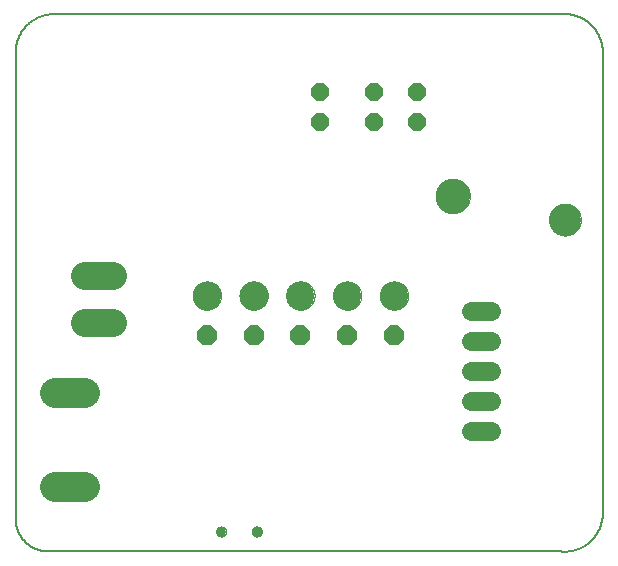
<source format=gbs>
G75*
%MOIN*%
%OFA0B0*%
%FSLAX25Y25*%
%IPPOS*%
%LPD*%
%AMOC8*
5,1,8,0,0,1.08239X$1,22.5*
%
%ADD10C,0.00600*%
%ADD11C,0.00000*%
%ADD12C,0.11417*%
%ADD13C,0.10630*%
%ADD14OC8,0.06600*%
%ADD15C,0.09449*%
%ADD16OC8,0.06000*%
%ADD17C,0.10000*%
%ADD18C,0.09449*%
%ADD19C,0.06496*%
%ADD20C,0.03346*%
D10*
X0024241Y0016761D02*
X0195894Y0016761D01*
X0209674Y0028572D02*
X0209674Y0184083D01*
X0209646Y0184397D01*
X0209610Y0184710D01*
X0209567Y0185022D01*
X0209516Y0185333D01*
X0209457Y0185642D01*
X0209391Y0185950D01*
X0209318Y0186256D01*
X0209236Y0186561D01*
X0209148Y0186863D01*
X0209052Y0187163D01*
X0208948Y0187460D01*
X0208838Y0187755D01*
X0208720Y0188047D01*
X0208595Y0188336D01*
X0208463Y0188622D01*
X0208324Y0188905D01*
X0208178Y0189184D01*
X0208025Y0189459D01*
X0207865Y0189731D01*
X0207699Y0189999D01*
X0207527Y0190262D01*
X0207348Y0190521D01*
X0207163Y0190776D01*
X0206971Y0191026D01*
X0206773Y0191271D01*
X0206570Y0191512D01*
X0206361Y0191747D01*
X0206145Y0191977D01*
X0205925Y0192202D01*
X0205699Y0192421D01*
X0205467Y0192635D01*
X0205231Y0192843D01*
X0204989Y0193045D01*
X0204742Y0193241D01*
X0204491Y0193431D01*
X0204235Y0193614D01*
X0203975Y0193792D01*
X0203711Y0193963D01*
X0203442Y0194127D01*
X0203169Y0194285D01*
X0202893Y0194436D01*
X0202613Y0194580D01*
X0202329Y0194717D01*
X0202043Y0194847D01*
X0201753Y0194971D01*
X0201460Y0195087D01*
X0201164Y0195195D01*
X0200866Y0195297D01*
X0200566Y0195391D01*
X0200263Y0195478D01*
X0199958Y0195557D01*
X0199651Y0195629D01*
X0199343Y0195693D01*
X0199033Y0195750D01*
X0198722Y0195799D01*
X0198410Y0195840D01*
X0198097Y0195874D01*
X0197783Y0195900D01*
X0197468Y0195918D01*
X0197154Y0195929D01*
X0196839Y0195932D01*
X0196524Y0195927D01*
X0196209Y0195915D01*
X0195895Y0195894D01*
X0195894Y0195894D02*
X0027784Y0195894D01*
X0027475Y0195914D01*
X0027165Y0195927D01*
X0026855Y0195932D01*
X0026545Y0195929D01*
X0026235Y0195920D01*
X0025925Y0195902D01*
X0025616Y0195877D01*
X0025308Y0195845D01*
X0025000Y0195805D01*
X0024694Y0195758D01*
X0024388Y0195703D01*
X0024084Y0195641D01*
X0023782Y0195572D01*
X0023482Y0195496D01*
X0023183Y0195412D01*
X0022887Y0195321D01*
X0022592Y0195223D01*
X0022301Y0195117D01*
X0022012Y0195005D01*
X0021725Y0194886D01*
X0021442Y0194760D01*
X0021162Y0194627D01*
X0020885Y0194487D01*
X0020611Y0194341D01*
X0020342Y0194188D01*
X0020075Y0194029D01*
X0019813Y0193863D01*
X0019555Y0193691D01*
X0019301Y0193513D01*
X0019052Y0193329D01*
X0018807Y0193139D01*
X0018567Y0192943D01*
X0018331Y0192741D01*
X0018101Y0192533D01*
X0017875Y0192321D01*
X0017655Y0192102D01*
X0017440Y0191879D01*
X0017231Y0191650D01*
X0017027Y0191416D01*
X0016829Y0191178D01*
X0016637Y0190934D01*
X0016450Y0190686D01*
X0016270Y0190434D01*
X0016096Y0190177D01*
X0015928Y0189917D01*
X0015766Y0189652D01*
X0015611Y0189383D01*
X0015463Y0189111D01*
X0015321Y0188836D01*
X0015185Y0188557D01*
X0015057Y0188274D01*
X0014935Y0187989D01*
X0014820Y0187701D01*
X0014713Y0187410D01*
X0014612Y0187117D01*
X0014519Y0186821D01*
X0014432Y0186523D01*
X0014353Y0186223D01*
X0014281Y0185922D01*
X0014217Y0185618D01*
X0014160Y0185314D01*
X0014110Y0185007D01*
X0014067Y0184700D01*
X0014032Y0184392D01*
X0014005Y0184083D01*
X0014005Y0028572D01*
X0014004Y0028571D02*
X0013988Y0028305D01*
X0013979Y0028038D01*
X0013976Y0027771D01*
X0013980Y0027504D01*
X0013990Y0027237D01*
X0014006Y0026970D01*
X0014029Y0026704D01*
X0014058Y0026439D01*
X0014094Y0026174D01*
X0014136Y0025910D01*
X0014184Y0025648D01*
X0014239Y0025386D01*
X0014300Y0025126D01*
X0014368Y0024868D01*
X0014441Y0024611D01*
X0014521Y0024356D01*
X0014607Y0024103D01*
X0014699Y0023853D01*
X0014797Y0023604D01*
X0014901Y0023358D01*
X0015011Y0023115D01*
X0015127Y0022874D01*
X0015248Y0022636D01*
X0015375Y0022401D01*
X0015508Y0022170D01*
X0015647Y0021941D01*
X0015791Y0021716D01*
X0015940Y0021495D01*
X0016094Y0021277D01*
X0016254Y0021063D01*
X0016419Y0020853D01*
X0016589Y0020647D01*
X0016764Y0020445D01*
X0016944Y0020248D01*
X0017128Y0020055D01*
X0017317Y0019866D01*
X0017511Y0019682D01*
X0017709Y0019503D01*
X0017911Y0019328D01*
X0018118Y0019159D01*
X0018328Y0018994D01*
X0018542Y0018835D01*
X0018761Y0018681D01*
X0018982Y0018532D01*
X0019208Y0018389D01*
X0019436Y0018251D01*
X0019668Y0018119D01*
X0019904Y0017992D01*
X0020142Y0017871D01*
X0020383Y0017756D01*
X0020626Y0017646D01*
X0020873Y0017543D01*
X0021121Y0017446D01*
X0021372Y0017354D01*
X0021625Y0017269D01*
X0021880Y0017190D01*
X0022137Y0017117D01*
X0022396Y0017050D01*
X0022656Y0016990D01*
X0022918Y0016935D01*
X0023180Y0016888D01*
X0023444Y0016846D01*
X0023709Y0016811D01*
X0023974Y0016782D01*
X0024241Y0016760D01*
X0195895Y0016761D02*
X0196204Y0016741D01*
X0196514Y0016728D01*
X0196824Y0016723D01*
X0197134Y0016726D01*
X0197444Y0016735D01*
X0197754Y0016753D01*
X0198063Y0016778D01*
X0198371Y0016810D01*
X0198679Y0016850D01*
X0198985Y0016897D01*
X0199291Y0016952D01*
X0199595Y0017014D01*
X0199897Y0017083D01*
X0200197Y0017159D01*
X0200496Y0017243D01*
X0200792Y0017334D01*
X0201087Y0017432D01*
X0201378Y0017538D01*
X0201667Y0017650D01*
X0201954Y0017769D01*
X0202237Y0017895D01*
X0202517Y0018028D01*
X0202794Y0018168D01*
X0203068Y0018314D01*
X0203337Y0018467D01*
X0203604Y0018626D01*
X0203866Y0018792D01*
X0204124Y0018964D01*
X0204378Y0019142D01*
X0204627Y0019326D01*
X0204872Y0019516D01*
X0205112Y0019712D01*
X0205348Y0019914D01*
X0205578Y0020122D01*
X0205804Y0020334D01*
X0206024Y0020553D01*
X0206239Y0020776D01*
X0206448Y0021005D01*
X0206652Y0021239D01*
X0206850Y0021477D01*
X0207042Y0021721D01*
X0207229Y0021969D01*
X0207409Y0022221D01*
X0207583Y0022478D01*
X0207751Y0022738D01*
X0207913Y0023003D01*
X0208068Y0023272D01*
X0208216Y0023544D01*
X0208358Y0023819D01*
X0208494Y0024098D01*
X0208622Y0024381D01*
X0208744Y0024666D01*
X0208859Y0024954D01*
X0208966Y0025245D01*
X0209067Y0025538D01*
X0209160Y0025834D01*
X0209247Y0026132D01*
X0209326Y0026432D01*
X0209398Y0026733D01*
X0209462Y0027037D01*
X0209519Y0027341D01*
X0209569Y0027648D01*
X0209612Y0027955D01*
X0209647Y0028263D01*
X0209674Y0028572D01*
D11*
X0135363Y0102056D02*
X0135365Y0102193D01*
X0135371Y0102331D01*
X0135381Y0102468D01*
X0135395Y0102604D01*
X0135413Y0102741D01*
X0135435Y0102876D01*
X0135461Y0103011D01*
X0135490Y0103145D01*
X0135524Y0103279D01*
X0135561Y0103411D01*
X0135603Y0103542D01*
X0135648Y0103672D01*
X0135697Y0103800D01*
X0135749Y0103927D01*
X0135806Y0104052D01*
X0135865Y0104176D01*
X0135929Y0104298D01*
X0135996Y0104418D01*
X0136066Y0104536D01*
X0136140Y0104652D01*
X0136217Y0104766D01*
X0136298Y0104877D01*
X0136381Y0104986D01*
X0136468Y0105093D01*
X0136558Y0105196D01*
X0136651Y0105298D01*
X0136747Y0105396D01*
X0136845Y0105492D01*
X0136947Y0105585D01*
X0137050Y0105675D01*
X0137157Y0105762D01*
X0137266Y0105845D01*
X0137377Y0105926D01*
X0137491Y0106003D01*
X0137607Y0106077D01*
X0137725Y0106147D01*
X0137845Y0106214D01*
X0137967Y0106278D01*
X0138091Y0106337D01*
X0138216Y0106394D01*
X0138343Y0106446D01*
X0138471Y0106495D01*
X0138601Y0106540D01*
X0138732Y0106582D01*
X0138864Y0106619D01*
X0138998Y0106653D01*
X0139132Y0106682D01*
X0139267Y0106708D01*
X0139402Y0106730D01*
X0139539Y0106748D01*
X0139675Y0106762D01*
X0139812Y0106772D01*
X0139950Y0106778D01*
X0140087Y0106780D01*
X0140224Y0106778D01*
X0140362Y0106772D01*
X0140499Y0106762D01*
X0140635Y0106748D01*
X0140772Y0106730D01*
X0140907Y0106708D01*
X0141042Y0106682D01*
X0141176Y0106653D01*
X0141310Y0106619D01*
X0141442Y0106582D01*
X0141573Y0106540D01*
X0141703Y0106495D01*
X0141831Y0106446D01*
X0141958Y0106394D01*
X0142083Y0106337D01*
X0142207Y0106278D01*
X0142329Y0106214D01*
X0142449Y0106147D01*
X0142567Y0106077D01*
X0142683Y0106003D01*
X0142797Y0105926D01*
X0142908Y0105845D01*
X0143017Y0105762D01*
X0143124Y0105675D01*
X0143227Y0105585D01*
X0143329Y0105492D01*
X0143427Y0105396D01*
X0143523Y0105298D01*
X0143616Y0105196D01*
X0143706Y0105093D01*
X0143793Y0104986D01*
X0143876Y0104877D01*
X0143957Y0104766D01*
X0144034Y0104652D01*
X0144108Y0104536D01*
X0144178Y0104418D01*
X0144245Y0104298D01*
X0144309Y0104176D01*
X0144368Y0104052D01*
X0144425Y0103927D01*
X0144477Y0103800D01*
X0144526Y0103672D01*
X0144571Y0103542D01*
X0144613Y0103411D01*
X0144650Y0103279D01*
X0144684Y0103145D01*
X0144713Y0103011D01*
X0144739Y0102876D01*
X0144761Y0102741D01*
X0144779Y0102604D01*
X0144793Y0102468D01*
X0144803Y0102331D01*
X0144809Y0102193D01*
X0144811Y0102056D01*
X0144809Y0101919D01*
X0144803Y0101781D01*
X0144793Y0101644D01*
X0144779Y0101508D01*
X0144761Y0101371D01*
X0144739Y0101236D01*
X0144713Y0101101D01*
X0144684Y0100967D01*
X0144650Y0100833D01*
X0144613Y0100701D01*
X0144571Y0100570D01*
X0144526Y0100440D01*
X0144477Y0100312D01*
X0144425Y0100185D01*
X0144368Y0100060D01*
X0144309Y0099936D01*
X0144245Y0099814D01*
X0144178Y0099694D01*
X0144108Y0099576D01*
X0144034Y0099460D01*
X0143957Y0099346D01*
X0143876Y0099235D01*
X0143793Y0099126D01*
X0143706Y0099019D01*
X0143616Y0098916D01*
X0143523Y0098814D01*
X0143427Y0098716D01*
X0143329Y0098620D01*
X0143227Y0098527D01*
X0143124Y0098437D01*
X0143017Y0098350D01*
X0142908Y0098267D01*
X0142797Y0098186D01*
X0142683Y0098109D01*
X0142567Y0098035D01*
X0142449Y0097965D01*
X0142329Y0097898D01*
X0142207Y0097834D01*
X0142083Y0097775D01*
X0141958Y0097718D01*
X0141831Y0097666D01*
X0141703Y0097617D01*
X0141573Y0097572D01*
X0141442Y0097530D01*
X0141310Y0097493D01*
X0141176Y0097459D01*
X0141042Y0097430D01*
X0140907Y0097404D01*
X0140772Y0097382D01*
X0140635Y0097364D01*
X0140499Y0097350D01*
X0140362Y0097340D01*
X0140224Y0097334D01*
X0140087Y0097332D01*
X0139950Y0097334D01*
X0139812Y0097340D01*
X0139675Y0097350D01*
X0139539Y0097364D01*
X0139402Y0097382D01*
X0139267Y0097404D01*
X0139132Y0097430D01*
X0138998Y0097459D01*
X0138864Y0097493D01*
X0138732Y0097530D01*
X0138601Y0097572D01*
X0138471Y0097617D01*
X0138343Y0097666D01*
X0138216Y0097718D01*
X0138091Y0097775D01*
X0137967Y0097834D01*
X0137845Y0097898D01*
X0137725Y0097965D01*
X0137607Y0098035D01*
X0137491Y0098109D01*
X0137377Y0098186D01*
X0137266Y0098267D01*
X0137157Y0098350D01*
X0137050Y0098437D01*
X0136947Y0098527D01*
X0136845Y0098620D01*
X0136747Y0098716D01*
X0136651Y0098814D01*
X0136558Y0098916D01*
X0136468Y0099019D01*
X0136381Y0099126D01*
X0136298Y0099235D01*
X0136217Y0099346D01*
X0136140Y0099460D01*
X0136066Y0099576D01*
X0135996Y0099694D01*
X0135929Y0099814D01*
X0135865Y0099936D01*
X0135806Y0100060D01*
X0135749Y0100185D01*
X0135697Y0100312D01*
X0135648Y0100440D01*
X0135603Y0100570D01*
X0135561Y0100701D01*
X0135524Y0100833D01*
X0135490Y0100967D01*
X0135461Y0101101D01*
X0135435Y0101236D01*
X0135413Y0101371D01*
X0135395Y0101508D01*
X0135381Y0101644D01*
X0135371Y0101781D01*
X0135365Y0101919D01*
X0135363Y0102056D01*
X0119773Y0102056D02*
X0119775Y0102193D01*
X0119781Y0102331D01*
X0119791Y0102468D01*
X0119805Y0102604D01*
X0119823Y0102741D01*
X0119845Y0102876D01*
X0119871Y0103011D01*
X0119900Y0103145D01*
X0119934Y0103279D01*
X0119971Y0103411D01*
X0120013Y0103542D01*
X0120058Y0103672D01*
X0120107Y0103800D01*
X0120159Y0103927D01*
X0120216Y0104052D01*
X0120275Y0104176D01*
X0120339Y0104298D01*
X0120406Y0104418D01*
X0120476Y0104536D01*
X0120550Y0104652D01*
X0120627Y0104766D01*
X0120708Y0104877D01*
X0120791Y0104986D01*
X0120878Y0105093D01*
X0120968Y0105196D01*
X0121061Y0105298D01*
X0121157Y0105396D01*
X0121255Y0105492D01*
X0121357Y0105585D01*
X0121460Y0105675D01*
X0121567Y0105762D01*
X0121676Y0105845D01*
X0121787Y0105926D01*
X0121901Y0106003D01*
X0122017Y0106077D01*
X0122135Y0106147D01*
X0122255Y0106214D01*
X0122377Y0106278D01*
X0122501Y0106337D01*
X0122626Y0106394D01*
X0122753Y0106446D01*
X0122881Y0106495D01*
X0123011Y0106540D01*
X0123142Y0106582D01*
X0123274Y0106619D01*
X0123408Y0106653D01*
X0123542Y0106682D01*
X0123677Y0106708D01*
X0123812Y0106730D01*
X0123949Y0106748D01*
X0124085Y0106762D01*
X0124222Y0106772D01*
X0124360Y0106778D01*
X0124497Y0106780D01*
X0124634Y0106778D01*
X0124772Y0106772D01*
X0124909Y0106762D01*
X0125045Y0106748D01*
X0125182Y0106730D01*
X0125317Y0106708D01*
X0125452Y0106682D01*
X0125586Y0106653D01*
X0125720Y0106619D01*
X0125852Y0106582D01*
X0125983Y0106540D01*
X0126113Y0106495D01*
X0126241Y0106446D01*
X0126368Y0106394D01*
X0126493Y0106337D01*
X0126617Y0106278D01*
X0126739Y0106214D01*
X0126859Y0106147D01*
X0126977Y0106077D01*
X0127093Y0106003D01*
X0127207Y0105926D01*
X0127318Y0105845D01*
X0127427Y0105762D01*
X0127534Y0105675D01*
X0127637Y0105585D01*
X0127739Y0105492D01*
X0127837Y0105396D01*
X0127933Y0105298D01*
X0128026Y0105196D01*
X0128116Y0105093D01*
X0128203Y0104986D01*
X0128286Y0104877D01*
X0128367Y0104766D01*
X0128444Y0104652D01*
X0128518Y0104536D01*
X0128588Y0104418D01*
X0128655Y0104298D01*
X0128719Y0104176D01*
X0128778Y0104052D01*
X0128835Y0103927D01*
X0128887Y0103800D01*
X0128936Y0103672D01*
X0128981Y0103542D01*
X0129023Y0103411D01*
X0129060Y0103279D01*
X0129094Y0103145D01*
X0129123Y0103011D01*
X0129149Y0102876D01*
X0129171Y0102741D01*
X0129189Y0102604D01*
X0129203Y0102468D01*
X0129213Y0102331D01*
X0129219Y0102193D01*
X0129221Y0102056D01*
X0129219Y0101919D01*
X0129213Y0101781D01*
X0129203Y0101644D01*
X0129189Y0101508D01*
X0129171Y0101371D01*
X0129149Y0101236D01*
X0129123Y0101101D01*
X0129094Y0100967D01*
X0129060Y0100833D01*
X0129023Y0100701D01*
X0128981Y0100570D01*
X0128936Y0100440D01*
X0128887Y0100312D01*
X0128835Y0100185D01*
X0128778Y0100060D01*
X0128719Y0099936D01*
X0128655Y0099814D01*
X0128588Y0099694D01*
X0128518Y0099576D01*
X0128444Y0099460D01*
X0128367Y0099346D01*
X0128286Y0099235D01*
X0128203Y0099126D01*
X0128116Y0099019D01*
X0128026Y0098916D01*
X0127933Y0098814D01*
X0127837Y0098716D01*
X0127739Y0098620D01*
X0127637Y0098527D01*
X0127534Y0098437D01*
X0127427Y0098350D01*
X0127318Y0098267D01*
X0127207Y0098186D01*
X0127093Y0098109D01*
X0126977Y0098035D01*
X0126859Y0097965D01*
X0126739Y0097898D01*
X0126617Y0097834D01*
X0126493Y0097775D01*
X0126368Y0097718D01*
X0126241Y0097666D01*
X0126113Y0097617D01*
X0125983Y0097572D01*
X0125852Y0097530D01*
X0125720Y0097493D01*
X0125586Y0097459D01*
X0125452Y0097430D01*
X0125317Y0097404D01*
X0125182Y0097382D01*
X0125045Y0097364D01*
X0124909Y0097350D01*
X0124772Y0097340D01*
X0124634Y0097334D01*
X0124497Y0097332D01*
X0124360Y0097334D01*
X0124222Y0097340D01*
X0124085Y0097350D01*
X0123949Y0097364D01*
X0123812Y0097382D01*
X0123677Y0097404D01*
X0123542Y0097430D01*
X0123408Y0097459D01*
X0123274Y0097493D01*
X0123142Y0097530D01*
X0123011Y0097572D01*
X0122881Y0097617D01*
X0122753Y0097666D01*
X0122626Y0097718D01*
X0122501Y0097775D01*
X0122377Y0097834D01*
X0122255Y0097898D01*
X0122135Y0097965D01*
X0122017Y0098035D01*
X0121901Y0098109D01*
X0121787Y0098186D01*
X0121676Y0098267D01*
X0121567Y0098350D01*
X0121460Y0098437D01*
X0121357Y0098527D01*
X0121255Y0098620D01*
X0121157Y0098716D01*
X0121061Y0098814D01*
X0120968Y0098916D01*
X0120878Y0099019D01*
X0120791Y0099126D01*
X0120708Y0099235D01*
X0120627Y0099346D01*
X0120550Y0099460D01*
X0120476Y0099576D01*
X0120406Y0099694D01*
X0120339Y0099814D01*
X0120275Y0099936D01*
X0120216Y0100060D01*
X0120159Y0100185D01*
X0120107Y0100312D01*
X0120058Y0100440D01*
X0120013Y0100570D01*
X0119971Y0100701D01*
X0119934Y0100833D01*
X0119900Y0100967D01*
X0119871Y0101101D01*
X0119845Y0101236D01*
X0119823Y0101371D01*
X0119805Y0101508D01*
X0119791Y0101644D01*
X0119781Y0101781D01*
X0119775Y0101919D01*
X0119773Y0102056D01*
X0104182Y0102056D02*
X0104184Y0102193D01*
X0104190Y0102331D01*
X0104200Y0102468D01*
X0104214Y0102604D01*
X0104232Y0102741D01*
X0104254Y0102876D01*
X0104280Y0103011D01*
X0104309Y0103145D01*
X0104343Y0103279D01*
X0104380Y0103411D01*
X0104422Y0103542D01*
X0104467Y0103672D01*
X0104516Y0103800D01*
X0104568Y0103927D01*
X0104625Y0104052D01*
X0104684Y0104176D01*
X0104748Y0104298D01*
X0104815Y0104418D01*
X0104885Y0104536D01*
X0104959Y0104652D01*
X0105036Y0104766D01*
X0105117Y0104877D01*
X0105200Y0104986D01*
X0105287Y0105093D01*
X0105377Y0105196D01*
X0105470Y0105298D01*
X0105566Y0105396D01*
X0105664Y0105492D01*
X0105766Y0105585D01*
X0105869Y0105675D01*
X0105976Y0105762D01*
X0106085Y0105845D01*
X0106196Y0105926D01*
X0106310Y0106003D01*
X0106426Y0106077D01*
X0106544Y0106147D01*
X0106664Y0106214D01*
X0106786Y0106278D01*
X0106910Y0106337D01*
X0107035Y0106394D01*
X0107162Y0106446D01*
X0107290Y0106495D01*
X0107420Y0106540D01*
X0107551Y0106582D01*
X0107683Y0106619D01*
X0107817Y0106653D01*
X0107951Y0106682D01*
X0108086Y0106708D01*
X0108221Y0106730D01*
X0108358Y0106748D01*
X0108494Y0106762D01*
X0108631Y0106772D01*
X0108769Y0106778D01*
X0108906Y0106780D01*
X0109043Y0106778D01*
X0109181Y0106772D01*
X0109318Y0106762D01*
X0109454Y0106748D01*
X0109591Y0106730D01*
X0109726Y0106708D01*
X0109861Y0106682D01*
X0109995Y0106653D01*
X0110129Y0106619D01*
X0110261Y0106582D01*
X0110392Y0106540D01*
X0110522Y0106495D01*
X0110650Y0106446D01*
X0110777Y0106394D01*
X0110902Y0106337D01*
X0111026Y0106278D01*
X0111148Y0106214D01*
X0111268Y0106147D01*
X0111386Y0106077D01*
X0111502Y0106003D01*
X0111616Y0105926D01*
X0111727Y0105845D01*
X0111836Y0105762D01*
X0111943Y0105675D01*
X0112046Y0105585D01*
X0112148Y0105492D01*
X0112246Y0105396D01*
X0112342Y0105298D01*
X0112435Y0105196D01*
X0112525Y0105093D01*
X0112612Y0104986D01*
X0112695Y0104877D01*
X0112776Y0104766D01*
X0112853Y0104652D01*
X0112927Y0104536D01*
X0112997Y0104418D01*
X0113064Y0104298D01*
X0113128Y0104176D01*
X0113187Y0104052D01*
X0113244Y0103927D01*
X0113296Y0103800D01*
X0113345Y0103672D01*
X0113390Y0103542D01*
X0113432Y0103411D01*
X0113469Y0103279D01*
X0113503Y0103145D01*
X0113532Y0103011D01*
X0113558Y0102876D01*
X0113580Y0102741D01*
X0113598Y0102604D01*
X0113612Y0102468D01*
X0113622Y0102331D01*
X0113628Y0102193D01*
X0113630Y0102056D01*
X0113628Y0101919D01*
X0113622Y0101781D01*
X0113612Y0101644D01*
X0113598Y0101508D01*
X0113580Y0101371D01*
X0113558Y0101236D01*
X0113532Y0101101D01*
X0113503Y0100967D01*
X0113469Y0100833D01*
X0113432Y0100701D01*
X0113390Y0100570D01*
X0113345Y0100440D01*
X0113296Y0100312D01*
X0113244Y0100185D01*
X0113187Y0100060D01*
X0113128Y0099936D01*
X0113064Y0099814D01*
X0112997Y0099694D01*
X0112927Y0099576D01*
X0112853Y0099460D01*
X0112776Y0099346D01*
X0112695Y0099235D01*
X0112612Y0099126D01*
X0112525Y0099019D01*
X0112435Y0098916D01*
X0112342Y0098814D01*
X0112246Y0098716D01*
X0112148Y0098620D01*
X0112046Y0098527D01*
X0111943Y0098437D01*
X0111836Y0098350D01*
X0111727Y0098267D01*
X0111616Y0098186D01*
X0111502Y0098109D01*
X0111386Y0098035D01*
X0111268Y0097965D01*
X0111148Y0097898D01*
X0111026Y0097834D01*
X0110902Y0097775D01*
X0110777Y0097718D01*
X0110650Y0097666D01*
X0110522Y0097617D01*
X0110392Y0097572D01*
X0110261Y0097530D01*
X0110129Y0097493D01*
X0109995Y0097459D01*
X0109861Y0097430D01*
X0109726Y0097404D01*
X0109591Y0097382D01*
X0109454Y0097364D01*
X0109318Y0097350D01*
X0109181Y0097340D01*
X0109043Y0097334D01*
X0108906Y0097332D01*
X0108769Y0097334D01*
X0108631Y0097340D01*
X0108494Y0097350D01*
X0108358Y0097364D01*
X0108221Y0097382D01*
X0108086Y0097404D01*
X0107951Y0097430D01*
X0107817Y0097459D01*
X0107683Y0097493D01*
X0107551Y0097530D01*
X0107420Y0097572D01*
X0107290Y0097617D01*
X0107162Y0097666D01*
X0107035Y0097718D01*
X0106910Y0097775D01*
X0106786Y0097834D01*
X0106664Y0097898D01*
X0106544Y0097965D01*
X0106426Y0098035D01*
X0106310Y0098109D01*
X0106196Y0098186D01*
X0106085Y0098267D01*
X0105976Y0098350D01*
X0105869Y0098437D01*
X0105766Y0098527D01*
X0105664Y0098620D01*
X0105566Y0098716D01*
X0105470Y0098814D01*
X0105377Y0098916D01*
X0105287Y0099019D01*
X0105200Y0099126D01*
X0105117Y0099235D01*
X0105036Y0099346D01*
X0104959Y0099460D01*
X0104885Y0099576D01*
X0104815Y0099694D01*
X0104748Y0099814D01*
X0104684Y0099936D01*
X0104625Y0100060D01*
X0104568Y0100185D01*
X0104516Y0100312D01*
X0104467Y0100440D01*
X0104422Y0100570D01*
X0104380Y0100701D01*
X0104343Y0100833D01*
X0104309Y0100967D01*
X0104280Y0101101D01*
X0104254Y0101236D01*
X0104232Y0101371D01*
X0104214Y0101508D01*
X0104200Y0101644D01*
X0104190Y0101781D01*
X0104184Y0101919D01*
X0104182Y0102056D01*
X0088592Y0102056D02*
X0088594Y0102193D01*
X0088600Y0102331D01*
X0088610Y0102468D01*
X0088624Y0102604D01*
X0088642Y0102741D01*
X0088664Y0102876D01*
X0088690Y0103011D01*
X0088719Y0103145D01*
X0088753Y0103279D01*
X0088790Y0103411D01*
X0088832Y0103542D01*
X0088877Y0103672D01*
X0088926Y0103800D01*
X0088978Y0103927D01*
X0089035Y0104052D01*
X0089094Y0104176D01*
X0089158Y0104298D01*
X0089225Y0104418D01*
X0089295Y0104536D01*
X0089369Y0104652D01*
X0089446Y0104766D01*
X0089527Y0104877D01*
X0089610Y0104986D01*
X0089697Y0105093D01*
X0089787Y0105196D01*
X0089880Y0105298D01*
X0089976Y0105396D01*
X0090074Y0105492D01*
X0090176Y0105585D01*
X0090279Y0105675D01*
X0090386Y0105762D01*
X0090495Y0105845D01*
X0090606Y0105926D01*
X0090720Y0106003D01*
X0090836Y0106077D01*
X0090954Y0106147D01*
X0091074Y0106214D01*
X0091196Y0106278D01*
X0091320Y0106337D01*
X0091445Y0106394D01*
X0091572Y0106446D01*
X0091700Y0106495D01*
X0091830Y0106540D01*
X0091961Y0106582D01*
X0092093Y0106619D01*
X0092227Y0106653D01*
X0092361Y0106682D01*
X0092496Y0106708D01*
X0092631Y0106730D01*
X0092768Y0106748D01*
X0092904Y0106762D01*
X0093041Y0106772D01*
X0093179Y0106778D01*
X0093316Y0106780D01*
X0093453Y0106778D01*
X0093591Y0106772D01*
X0093728Y0106762D01*
X0093864Y0106748D01*
X0094001Y0106730D01*
X0094136Y0106708D01*
X0094271Y0106682D01*
X0094405Y0106653D01*
X0094539Y0106619D01*
X0094671Y0106582D01*
X0094802Y0106540D01*
X0094932Y0106495D01*
X0095060Y0106446D01*
X0095187Y0106394D01*
X0095312Y0106337D01*
X0095436Y0106278D01*
X0095558Y0106214D01*
X0095678Y0106147D01*
X0095796Y0106077D01*
X0095912Y0106003D01*
X0096026Y0105926D01*
X0096137Y0105845D01*
X0096246Y0105762D01*
X0096353Y0105675D01*
X0096456Y0105585D01*
X0096558Y0105492D01*
X0096656Y0105396D01*
X0096752Y0105298D01*
X0096845Y0105196D01*
X0096935Y0105093D01*
X0097022Y0104986D01*
X0097105Y0104877D01*
X0097186Y0104766D01*
X0097263Y0104652D01*
X0097337Y0104536D01*
X0097407Y0104418D01*
X0097474Y0104298D01*
X0097538Y0104176D01*
X0097597Y0104052D01*
X0097654Y0103927D01*
X0097706Y0103800D01*
X0097755Y0103672D01*
X0097800Y0103542D01*
X0097842Y0103411D01*
X0097879Y0103279D01*
X0097913Y0103145D01*
X0097942Y0103011D01*
X0097968Y0102876D01*
X0097990Y0102741D01*
X0098008Y0102604D01*
X0098022Y0102468D01*
X0098032Y0102331D01*
X0098038Y0102193D01*
X0098040Y0102056D01*
X0098038Y0101919D01*
X0098032Y0101781D01*
X0098022Y0101644D01*
X0098008Y0101508D01*
X0097990Y0101371D01*
X0097968Y0101236D01*
X0097942Y0101101D01*
X0097913Y0100967D01*
X0097879Y0100833D01*
X0097842Y0100701D01*
X0097800Y0100570D01*
X0097755Y0100440D01*
X0097706Y0100312D01*
X0097654Y0100185D01*
X0097597Y0100060D01*
X0097538Y0099936D01*
X0097474Y0099814D01*
X0097407Y0099694D01*
X0097337Y0099576D01*
X0097263Y0099460D01*
X0097186Y0099346D01*
X0097105Y0099235D01*
X0097022Y0099126D01*
X0096935Y0099019D01*
X0096845Y0098916D01*
X0096752Y0098814D01*
X0096656Y0098716D01*
X0096558Y0098620D01*
X0096456Y0098527D01*
X0096353Y0098437D01*
X0096246Y0098350D01*
X0096137Y0098267D01*
X0096026Y0098186D01*
X0095912Y0098109D01*
X0095796Y0098035D01*
X0095678Y0097965D01*
X0095558Y0097898D01*
X0095436Y0097834D01*
X0095312Y0097775D01*
X0095187Y0097718D01*
X0095060Y0097666D01*
X0094932Y0097617D01*
X0094802Y0097572D01*
X0094671Y0097530D01*
X0094539Y0097493D01*
X0094405Y0097459D01*
X0094271Y0097430D01*
X0094136Y0097404D01*
X0094001Y0097382D01*
X0093864Y0097364D01*
X0093728Y0097350D01*
X0093591Y0097340D01*
X0093453Y0097334D01*
X0093316Y0097332D01*
X0093179Y0097334D01*
X0093041Y0097340D01*
X0092904Y0097350D01*
X0092768Y0097364D01*
X0092631Y0097382D01*
X0092496Y0097404D01*
X0092361Y0097430D01*
X0092227Y0097459D01*
X0092093Y0097493D01*
X0091961Y0097530D01*
X0091830Y0097572D01*
X0091700Y0097617D01*
X0091572Y0097666D01*
X0091445Y0097718D01*
X0091320Y0097775D01*
X0091196Y0097834D01*
X0091074Y0097898D01*
X0090954Y0097965D01*
X0090836Y0098035D01*
X0090720Y0098109D01*
X0090606Y0098186D01*
X0090495Y0098267D01*
X0090386Y0098350D01*
X0090279Y0098437D01*
X0090176Y0098527D01*
X0090074Y0098620D01*
X0089976Y0098716D01*
X0089880Y0098814D01*
X0089787Y0098916D01*
X0089697Y0099019D01*
X0089610Y0099126D01*
X0089527Y0099235D01*
X0089446Y0099346D01*
X0089369Y0099460D01*
X0089295Y0099576D01*
X0089225Y0099694D01*
X0089158Y0099814D01*
X0089094Y0099936D01*
X0089035Y0100060D01*
X0088978Y0100185D01*
X0088926Y0100312D01*
X0088877Y0100440D01*
X0088832Y0100570D01*
X0088790Y0100701D01*
X0088753Y0100833D01*
X0088719Y0100967D01*
X0088690Y0101101D01*
X0088664Y0101236D01*
X0088642Y0101371D01*
X0088624Y0101508D01*
X0088610Y0101644D01*
X0088600Y0101781D01*
X0088594Y0101919D01*
X0088592Y0102056D01*
X0073001Y0102056D02*
X0073003Y0102193D01*
X0073009Y0102331D01*
X0073019Y0102468D01*
X0073033Y0102604D01*
X0073051Y0102741D01*
X0073073Y0102876D01*
X0073099Y0103011D01*
X0073128Y0103145D01*
X0073162Y0103279D01*
X0073199Y0103411D01*
X0073241Y0103542D01*
X0073286Y0103672D01*
X0073335Y0103800D01*
X0073387Y0103927D01*
X0073444Y0104052D01*
X0073503Y0104176D01*
X0073567Y0104298D01*
X0073634Y0104418D01*
X0073704Y0104536D01*
X0073778Y0104652D01*
X0073855Y0104766D01*
X0073936Y0104877D01*
X0074019Y0104986D01*
X0074106Y0105093D01*
X0074196Y0105196D01*
X0074289Y0105298D01*
X0074385Y0105396D01*
X0074483Y0105492D01*
X0074585Y0105585D01*
X0074688Y0105675D01*
X0074795Y0105762D01*
X0074904Y0105845D01*
X0075015Y0105926D01*
X0075129Y0106003D01*
X0075245Y0106077D01*
X0075363Y0106147D01*
X0075483Y0106214D01*
X0075605Y0106278D01*
X0075729Y0106337D01*
X0075854Y0106394D01*
X0075981Y0106446D01*
X0076109Y0106495D01*
X0076239Y0106540D01*
X0076370Y0106582D01*
X0076502Y0106619D01*
X0076636Y0106653D01*
X0076770Y0106682D01*
X0076905Y0106708D01*
X0077040Y0106730D01*
X0077177Y0106748D01*
X0077313Y0106762D01*
X0077450Y0106772D01*
X0077588Y0106778D01*
X0077725Y0106780D01*
X0077862Y0106778D01*
X0078000Y0106772D01*
X0078137Y0106762D01*
X0078273Y0106748D01*
X0078410Y0106730D01*
X0078545Y0106708D01*
X0078680Y0106682D01*
X0078814Y0106653D01*
X0078948Y0106619D01*
X0079080Y0106582D01*
X0079211Y0106540D01*
X0079341Y0106495D01*
X0079469Y0106446D01*
X0079596Y0106394D01*
X0079721Y0106337D01*
X0079845Y0106278D01*
X0079967Y0106214D01*
X0080087Y0106147D01*
X0080205Y0106077D01*
X0080321Y0106003D01*
X0080435Y0105926D01*
X0080546Y0105845D01*
X0080655Y0105762D01*
X0080762Y0105675D01*
X0080865Y0105585D01*
X0080967Y0105492D01*
X0081065Y0105396D01*
X0081161Y0105298D01*
X0081254Y0105196D01*
X0081344Y0105093D01*
X0081431Y0104986D01*
X0081514Y0104877D01*
X0081595Y0104766D01*
X0081672Y0104652D01*
X0081746Y0104536D01*
X0081816Y0104418D01*
X0081883Y0104298D01*
X0081947Y0104176D01*
X0082006Y0104052D01*
X0082063Y0103927D01*
X0082115Y0103800D01*
X0082164Y0103672D01*
X0082209Y0103542D01*
X0082251Y0103411D01*
X0082288Y0103279D01*
X0082322Y0103145D01*
X0082351Y0103011D01*
X0082377Y0102876D01*
X0082399Y0102741D01*
X0082417Y0102604D01*
X0082431Y0102468D01*
X0082441Y0102331D01*
X0082447Y0102193D01*
X0082449Y0102056D01*
X0082447Y0101919D01*
X0082441Y0101781D01*
X0082431Y0101644D01*
X0082417Y0101508D01*
X0082399Y0101371D01*
X0082377Y0101236D01*
X0082351Y0101101D01*
X0082322Y0100967D01*
X0082288Y0100833D01*
X0082251Y0100701D01*
X0082209Y0100570D01*
X0082164Y0100440D01*
X0082115Y0100312D01*
X0082063Y0100185D01*
X0082006Y0100060D01*
X0081947Y0099936D01*
X0081883Y0099814D01*
X0081816Y0099694D01*
X0081746Y0099576D01*
X0081672Y0099460D01*
X0081595Y0099346D01*
X0081514Y0099235D01*
X0081431Y0099126D01*
X0081344Y0099019D01*
X0081254Y0098916D01*
X0081161Y0098814D01*
X0081065Y0098716D01*
X0080967Y0098620D01*
X0080865Y0098527D01*
X0080762Y0098437D01*
X0080655Y0098350D01*
X0080546Y0098267D01*
X0080435Y0098186D01*
X0080321Y0098109D01*
X0080205Y0098035D01*
X0080087Y0097965D01*
X0079967Y0097898D01*
X0079845Y0097834D01*
X0079721Y0097775D01*
X0079596Y0097718D01*
X0079469Y0097666D01*
X0079341Y0097617D01*
X0079211Y0097572D01*
X0079080Y0097530D01*
X0078948Y0097493D01*
X0078814Y0097459D01*
X0078680Y0097430D01*
X0078545Y0097404D01*
X0078410Y0097382D01*
X0078273Y0097364D01*
X0078137Y0097350D01*
X0078000Y0097340D01*
X0077862Y0097334D01*
X0077725Y0097332D01*
X0077588Y0097334D01*
X0077450Y0097340D01*
X0077313Y0097350D01*
X0077177Y0097364D01*
X0077040Y0097382D01*
X0076905Y0097404D01*
X0076770Y0097430D01*
X0076636Y0097459D01*
X0076502Y0097493D01*
X0076370Y0097530D01*
X0076239Y0097572D01*
X0076109Y0097617D01*
X0075981Y0097666D01*
X0075854Y0097718D01*
X0075729Y0097775D01*
X0075605Y0097834D01*
X0075483Y0097898D01*
X0075363Y0097965D01*
X0075245Y0098035D01*
X0075129Y0098109D01*
X0075015Y0098186D01*
X0074904Y0098267D01*
X0074795Y0098350D01*
X0074688Y0098437D01*
X0074585Y0098527D01*
X0074483Y0098620D01*
X0074385Y0098716D01*
X0074289Y0098814D01*
X0074196Y0098916D01*
X0074106Y0099019D01*
X0074019Y0099126D01*
X0073936Y0099235D01*
X0073855Y0099346D01*
X0073778Y0099460D01*
X0073704Y0099576D01*
X0073634Y0099694D01*
X0073567Y0099814D01*
X0073503Y0099936D01*
X0073444Y0100060D01*
X0073387Y0100185D01*
X0073335Y0100312D01*
X0073286Y0100440D01*
X0073241Y0100570D01*
X0073199Y0100701D01*
X0073162Y0100833D01*
X0073128Y0100967D01*
X0073099Y0101101D01*
X0073073Y0101236D01*
X0073051Y0101371D01*
X0073033Y0101508D01*
X0073019Y0101644D01*
X0073009Y0101781D01*
X0073003Y0101919D01*
X0073001Y0102056D01*
X0080836Y0023422D02*
X0080838Y0023503D01*
X0080844Y0023585D01*
X0080854Y0023666D01*
X0080868Y0023746D01*
X0080885Y0023825D01*
X0080907Y0023904D01*
X0080932Y0023981D01*
X0080961Y0024058D01*
X0080994Y0024132D01*
X0081031Y0024205D01*
X0081070Y0024276D01*
X0081114Y0024345D01*
X0081160Y0024412D01*
X0081210Y0024476D01*
X0081263Y0024538D01*
X0081319Y0024598D01*
X0081377Y0024654D01*
X0081439Y0024708D01*
X0081503Y0024759D01*
X0081569Y0024806D01*
X0081637Y0024850D01*
X0081708Y0024891D01*
X0081780Y0024928D01*
X0081855Y0024962D01*
X0081930Y0024992D01*
X0082008Y0025018D01*
X0082086Y0025041D01*
X0082165Y0025059D01*
X0082245Y0025074D01*
X0082326Y0025085D01*
X0082407Y0025092D01*
X0082489Y0025095D01*
X0082570Y0025094D01*
X0082651Y0025089D01*
X0082732Y0025080D01*
X0082813Y0025067D01*
X0082893Y0025050D01*
X0082971Y0025030D01*
X0083049Y0025005D01*
X0083126Y0024977D01*
X0083201Y0024945D01*
X0083274Y0024910D01*
X0083345Y0024871D01*
X0083415Y0024828D01*
X0083482Y0024783D01*
X0083548Y0024734D01*
X0083610Y0024682D01*
X0083670Y0024626D01*
X0083727Y0024568D01*
X0083782Y0024508D01*
X0083833Y0024444D01*
X0083881Y0024379D01*
X0083926Y0024311D01*
X0083968Y0024241D01*
X0084006Y0024169D01*
X0084041Y0024095D01*
X0084072Y0024020D01*
X0084099Y0023943D01*
X0084122Y0023865D01*
X0084142Y0023786D01*
X0084158Y0023706D01*
X0084170Y0023625D01*
X0084178Y0023544D01*
X0084182Y0023463D01*
X0084182Y0023381D01*
X0084178Y0023300D01*
X0084170Y0023219D01*
X0084158Y0023138D01*
X0084142Y0023058D01*
X0084122Y0022979D01*
X0084099Y0022901D01*
X0084072Y0022824D01*
X0084041Y0022749D01*
X0084006Y0022675D01*
X0083968Y0022603D01*
X0083926Y0022533D01*
X0083881Y0022465D01*
X0083833Y0022400D01*
X0083782Y0022336D01*
X0083727Y0022276D01*
X0083670Y0022218D01*
X0083610Y0022162D01*
X0083548Y0022110D01*
X0083482Y0022061D01*
X0083415Y0022016D01*
X0083346Y0021973D01*
X0083274Y0021934D01*
X0083201Y0021899D01*
X0083126Y0021867D01*
X0083049Y0021839D01*
X0082971Y0021814D01*
X0082893Y0021794D01*
X0082813Y0021777D01*
X0082732Y0021764D01*
X0082651Y0021755D01*
X0082570Y0021750D01*
X0082489Y0021749D01*
X0082407Y0021752D01*
X0082326Y0021759D01*
X0082245Y0021770D01*
X0082165Y0021785D01*
X0082086Y0021803D01*
X0082008Y0021826D01*
X0081930Y0021852D01*
X0081855Y0021882D01*
X0081780Y0021916D01*
X0081708Y0021953D01*
X0081637Y0021994D01*
X0081569Y0022038D01*
X0081503Y0022085D01*
X0081439Y0022136D01*
X0081377Y0022190D01*
X0081319Y0022246D01*
X0081263Y0022306D01*
X0081210Y0022368D01*
X0081160Y0022432D01*
X0081114Y0022499D01*
X0081070Y0022568D01*
X0081031Y0022639D01*
X0080994Y0022712D01*
X0080961Y0022786D01*
X0080932Y0022863D01*
X0080907Y0022940D01*
X0080885Y0023019D01*
X0080868Y0023098D01*
X0080854Y0023178D01*
X0080844Y0023259D01*
X0080838Y0023341D01*
X0080836Y0023422D01*
X0092647Y0023422D02*
X0092649Y0023503D01*
X0092655Y0023585D01*
X0092665Y0023666D01*
X0092679Y0023746D01*
X0092696Y0023825D01*
X0092718Y0023904D01*
X0092743Y0023981D01*
X0092772Y0024058D01*
X0092805Y0024132D01*
X0092842Y0024205D01*
X0092881Y0024276D01*
X0092925Y0024345D01*
X0092971Y0024412D01*
X0093021Y0024476D01*
X0093074Y0024538D01*
X0093130Y0024598D01*
X0093188Y0024654D01*
X0093250Y0024708D01*
X0093314Y0024759D01*
X0093380Y0024806D01*
X0093448Y0024850D01*
X0093519Y0024891D01*
X0093591Y0024928D01*
X0093666Y0024962D01*
X0093741Y0024992D01*
X0093819Y0025018D01*
X0093897Y0025041D01*
X0093976Y0025059D01*
X0094056Y0025074D01*
X0094137Y0025085D01*
X0094218Y0025092D01*
X0094300Y0025095D01*
X0094381Y0025094D01*
X0094462Y0025089D01*
X0094543Y0025080D01*
X0094624Y0025067D01*
X0094704Y0025050D01*
X0094782Y0025030D01*
X0094860Y0025005D01*
X0094937Y0024977D01*
X0095012Y0024945D01*
X0095085Y0024910D01*
X0095156Y0024871D01*
X0095226Y0024828D01*
X0095293Y0024783D01*
X0095359Y0024734D01*
X0095421Y0024682D01*
X0095481Y0024626D01*
X0095538Y0024568D01*
X0095593Y0024508D01*
X0095644Y0024444D01*
X0095692Y0024379D01*
X0095737Y0024311D01*
X0095779Y0024241D01*
X0095817Y0024169D01*
X0095852Y0024095D01*
X0095883Y0024020D01*
X0095910Y0023943D01*
X0095933Y0023865D01*
X0095953Y0023786D01*
X0095969Y0023706D01*
X0095981Y0023625D01*
X0095989Y0023544D01*
X0095993Y0023463D01*
X0095993Y0023381D01*
X0095989Y0023300D01*
X0095981Y0023219D01*
X0095969Y0023138D01*
X0095953Y0023058D01*
X0095933Y0022979D01*
X0095910Y0022901D01*
X0095883Y0022824D01*
X0095852Y0022749D01*
X0095817Y0022675D01*
X0095779Y0022603D01*
X0095737Y0022533D01*
X0095692Y0022465D01*
X0095644Y0022400D01*
X0095593Y0022336D01*
X0095538Y0022276D01*
X0095481Y0022218D01*
X0095421Y0022162D01*
X0095359Y0022110D01*
X0095293Y0022061D01*
X0095226Y0022016D01*
X0095157Y0021973D01*
X0095085Y0021934D01*
X0095012Y0021899D01*
X0094937Y0021867D01*
X0094860Y0021839D01*
X0094782Y0021814D01*
X0094704Y0021794D01*
X0094624Y0021777D01*
X0094543Y0021764D01*
X0094462Y0021755D01*
X0094381Y0021750D01*
X0094300Y0021749D01*
X0094218Y0021752D01*
X0094137Y0021759D01*
X0094056Y0021770D01*
X0093976Y0021785D01*
X0093897Y0021803D01*
X0093819Y0021826D01*
X0093741Y0021852D01*
X0093666Y0021882D01*
X0093591Y0021916D01*
X0093519Y0021953D01*
X0093448Y0021994D01*
X0093380Y0022038D01*
X0093314Y0022085D01*
X0093250Y0022136D01*
X0093188Y0022190D01*
X0093130Y0022246D01*
X0093074Y0022306D01*
X0093021Y0022368D01*
X0092971Y0022432D01*
X0092925Y0022499D01*
X0092881Y0022568D01*
X0092842Y0022639D01*
X0092805Y0022712D01*
X0092772Y0022786D01*
X0092743Y0022863D01*
X0092718Y0022940D01*
X0092696Y0023019D01*
X0092679Y0023098D01*
X0092665Y0023178D01*
X0092655Y0023259D01*
X0092649Y0023341D01*
X0092647Y0023422D01*
X0191761Y0127391D02*
X0191763Y0127536D01*
X0191769Y0127681D01*
X0191779Y0127826D01*
X0191793Y0127971D01*
X0191811Y0128115D01*
X0191832Y0128258D01*
X0191858Y0128401D01*
X0191887Y0128543D01*
X0191921Y0128685D01*
X0191958Y0128825D01*
X0191999Y0128964D01*
X0192044Y0129102D01*
X0192093Y0129239D01*
X0192145Y0129375D01*
X0192201Y0129509D01*
X0192261Y0129641D01*
X0192324Y0129772D01*
X0192391Y0129900D01*
X0192461Y0130028D01*
X0192535Y0130153D01*
X0192612Y0130276D01*
X0192692Y0130396D01*
X0192776Y0130515D01*
X0192863Y0130631D01*
X0192953Y0130745D01*
X0193046Y0130857D01*
X0193142Y0130965D01*
X0193242Y0131071D01*
X0193343Y0131175D01*
X0193448Y0131275D01*
X0193556Y0131373D01*
X0193666Y0131468D01*
X0193778Y0131559D01*
X0193893Y0131648D01*
X0194011Y0131733D01*
X0194131Y0131815D01*
X0194253Y0131894D01*
X0194377Y0131970D01*
X0194503Y0132042D01*
X0194631Y0132110D01*
X0194761Y0132175D01*
X0194892Y0132237D01*
X0195025Y0132294D01*
X0195160Y0132349D01*
X0195296Y0132399D01*
X0195434Y0132446D01*
X0195572Y0132489D01*
X0195712Y0132528D01*
X0195853Y0132563D01*
X0195995Y0132595D01*
X0196137Y0132622D01*
X0196280Y0132646D01*
X0196424Y0132666D01*
X0196569Y0132682D01*
X0196713Y0132694D01*
X0196858Y0132702D01*
X0197003Y0132706D01*
X0197149Y0132706D01*
X0197294Y0132702D01*
X0197439Y0132694D01*
X0197583Y0132682D01*
X0197728Y0132666D01*
X0197872Y0132646D01*
X0198015Y0132622D01*
X0198157Y0132595D01*
X0198299Y0132563D01*
X0198440Y0132528D01*
X0198580Y0132489D01*
X0198718Y0132446D01*
X0198856Y0132399D01*
X0198992Y0132349D01*
X0199127Y0132294D01*
X0199260Y0132237D01*
X0199391Y0132175D01*
X0199521Y0132110D01*
X0199649Y0132042D01*
X0199775Y0131970D01*
X0199899Y0131894D01*
X0200021Y0131815D01*
X0200141Y0131733D01*
X0200259Y0131648D01*
X0200374Y0131559D01*
X0200486Y0131468D01*
X0200596Y0131373D01*
X0200704Y0131275D01*
X0200809Y0131175D01*
X0200910Y0131071D01*
X0201010Y0130965D01*
X0201106Y0130857D01*
X0201199Y0130745D01*
X0201289Y0130631D01*
X0201376Y0130515D01*
X0201460Y0130396D01*
X0201540Y0130276D01*
X0201617Y0130153D01*
X0201691Y0130028D01*
X0201761Y0129900D01*
X0201828Y0129772D01*
X0201891Y0129641D01*
X0201951Y0129509D01*
X0202007Y0129375D01*
X0202059Y0129239D01*
X0202108Y0129102D01*
X0202153Y0128964D01*
X0202194Y0128825D01*
X0202231Y0128685D01*
X0202265Y0128543D01*
X0202294Y0128401D01*
X0202320Y0128258D01*
X0202341Y0128115D01*
X0202359Y0127971D01*
X0202373Y0127826D01*
X0202383Y0127681D01*
X0202389Y0127536D01*
X0202391Y0127391D01*
X0202389Y0127246D01*
X0202383Y0127101D01*
X0202373Y0126956D01*
X0202359Y0126811D01*
X0202341Y0126667D01*
X0202320Y0126524D01*
X0202294Y0126381D01*
X0202265Y0126239D01*
X0202231Y0126097D01*
X0202194Y0125957D01*
X0202153Y0125818D01*
X0202108Y0125680D01*
X0202059Y0125543D01*
X0202007Y0125407D01*
X0201951Y0125273D01*
X0201891Y0125141D01*
X0201828Y0125010D01*
X0201761Y0124882D01*
X0201691Y0124754D01*
X0201617Y0124629D01*
X0201540Y0124506D01*
X0201460Y0124386D01*
X0201376Y0124267D01*
X0201289Y0124151D01*
X0201199Y0124037D01*
X0201106Y0123925D01*
X0201010Y0123817D01*
X0200910Y0123711D01*
X0200809Y0123607D01*
X0200704Y0123507D01*
X0200596Y0123409D01*
X0200486Y0123314D01*
X0200374Y0123223D01*
X0200259Y0123134D01*
X0200141Y0123049D01*
X0200021Y0122967D01*
X0199899Y0122888D01*
X0199775Y0122812D01*
X0199649Y0122740D01*
X0199521Y0122672D01*
X0199391Y0122607D01*
X0199260Y0122545D01*
X0199127Y0122488D01*
X0198992Y0122433D01*
X0198856Y0122383D01*
X0198718Y0122336D01*
X0198580Y0122293D01*
X0198440Y0122254D01*
X0198299Y0122219D01*
X0198157Y0122187D01*
X0198015Y0122160D01*
X0197872Y0122136D01*
X0197728Y0122116D01*
X0197583Y0122100D01*
X0197439Y0122088D01*
X0197294Y0122080D01*
X0197149Y0122076D01*
X0197003Y0122076D01*
X0196858Y0122080D01*
X0196713Y0122088D01*
X0196569Y0122100D01*
X0196424Y0122116D01*
X0196280Y0122136D01*
X0196137Y0122160D01*
X0195995Y0122187D01*
X0195853Y0122219D01*
X0195712Y0122254D01*
X0195572Y0122293D01*
X0195434Y0122336D01*
X0195296Y0122383D01*
X0195160Y0122433D01*
X0195025Y0122488D01*
X0194892Y0122545D01*
X0194761Y0122607D01*
X0194631Y0122672D01*
X0194503Y0122740D01*
X0194377Y0122812D01*
X0194253Y0122888D01*
X0194131Y0122967D01*
X0194011Y0123049D01*
X0193893Y0123134D01*
X0193778Y0123223D01*
X0193666Y0123314D01*
X0193556Y0123409D01*
X0193448Y0123507D01*
X0193343Y0123607D01*
X0193242Y0123711D01*
X0193142Y0123817D01*
X0193046Y0123925D01*
X0192953Y0124037D01*
X0192863Y0124151D01*
X0192776Y0124267D01*
X0192692Y0124386D01*
X0192612Y0124506D01*
X0192535Y0124629D01*
X0192461Y0124754D01*
X0192391Y0124882D01*
X0192324Y0125010D01*
X0192261Y0125141D01*
X0192201Y0125273D01*
X0192145Y0125407D01*
X0192093Y0125543D01*
X0192044Y0125680D01*
X0191999Y0125818D01*
X0191958Y0125957D01*
X0191921Y0126097D01*
X0191887Y0126239D01*
X0191858Y0126381D01*
X0191832Y0126524D01*
X0191811Y0126667D01*
X0191793Y0126811D01*
X0191779Y0126956D01*
X0191769Y0127101D01*
X0191763Y0127246D01*
X0191761Y0127391D01*
X0153965Y0135265D02*
X0153967Y0135416D01*
X0153973Y0135566D01*
X0153983Y0135717D01*
X0153997Y0135867D01*
X0154015Y0136016D01*
X0154036Y0136166D01*
X0154062Y0136314D01*
X0154092Y0136462D01*
X0154125Y0136609D01*
X0154163Y0136755D01*
X0154204Y0136900D01*
X0154249Y0137044D01*
X0154298Y0137186D01*
X0154351Y0137327D01*
X0154407Y0137467D01*
X0154467Y0137605D01*
X0154530Y0137742D01*
X0154598Y0137877D01*
X0154668Y0138010D01*
X0154742Y0138141D01*
X0154820Y0138270D01*
X0154901Y0138397D01*
X0154985Y0138522D01*
X0155073Y0138645D01*
X0155164Y0138765D01*
X0155258Y0138883D01*
X0155355Y0138998D01*
X0155455Y0139111D01*
X0155558Y0139221D01*
X0155664Y0139328D01*
X0155773Y0139433D01*
X0155884Y0139534D01*
X0155998Y0139633D01*
X0156114Y0139728D01*
X0156234Y0139821D01*
X0156355Y0139910D01*
X0156479Y0139996D01*
X0156605Y0140079D01*
X0156733Y0140158D01*
X0156863Y0140234D01*
X0156995Y0140307D01*
X0157129Y0140375D01*
X0157265Y0140441D01*
X0157403Y0140503D01*
X0157542Y0140561D01*
X0157682Y0140615D01*
X0157824Y0140666D01*
X0157967Y0140713D01*
X0158112Y0140756D01*
X0158257Y0140795D01*
X0158404Y0140831D01*
X0158551Y0140862D01*
X0158699Y0140890D01*
X0158848Y0140914D01*
X0158997Y0140934D01*
X0159147Y0140950D01*
X0159297Y0140962D01*
X0159448Y0140970D01*
X0159599Y0140974D01*
X0159749Y0140974D01*
X0159900Y0140970D01*
X0160051Y0140962D01*
X0160201Y0140950D01*
X0160351Y0140934D01*
X0160500Y0140914D01*
X0160649Y0140890D01*
X0160797Y0140862D01*
X0160944Y0140831D01*
X0161091Y0140795D01*
X0161236Y0140756D01*
X0161381Y0140713D01*
X0161524Y0140666D01*
X0161666Y0140615D01*
X0161806Y0140561D01*
X0161945Y0140503D01*
X0162083Y0140441D01*
X0162219Y0140375D01*
X0162353Y0140307D01*
X0162485Y0140234D01*
X0162615Y0140158D01*
X0162743Y0140079D01*
X0162869Y0139996D01*
X0162993Y0139910D01*
X0163114Y0139821D01*
X0163234Y0139728D01*
X0163350Y0139633D01*
X0163464Y0139534D01*
X0163575Y0139433D01*
X0163684Y0139328D01*
X0163790Y0139221D01*
X0163893Y0139111D01*
X0163993Y0138998D01*
X0164090Y0138883D01*
X0164184Y0138765D01*
X0164275Y0138645D01*
X0164363Y0138522D01*
X0164447Y0138397D01*
X0164528Y0138270D01*
X0164606Y0138141D01*
X0164680Y0138010D01*
X0164750Y0137877D01*
X0164818Y0137742D01*
X0164881Y0137605D01*
X0164941Y0137467D01*
X0164997Y0137327D01*
X0165050Y0137186D01*
X0165099Y0137044D01*
X0165144Y0136900D01*
X0165185Y0136755D01*
X0165223Y0136609D01*
X0165256Y0136462D01*
X0165286Y0136314D01*
X0165312Y0136166D01*
X0165333Y0136016D01*
X0165351Y0135867D01*
X0165365Y0135717D01*
X0165375Y0135566D01*
X0165381Y0135416D01*
X0165383Y0135265D01*
X0165381Y0135114D01*
X0165375Y0134964D01*
X0165365Y0134813D01*
X0165351Y0134663D01*
X0165333Y0134514D01*
X0165312Y0134364D01*
X0165286Y0134216D01*
X0165256Y0134068D01*
X0165223Y0133921D01*
X0165185Y0133775D01*
X0165144Y0133630D01*
X0165099Y0133486D01*
X0165050Y0133344D01*
X0164997Y0133203D01*
X0164941Y0133063D01*
X0164881Y0132925D01*
X0164818Y0132788D01*
X0164750Y0132653D01*
X0164680Y0132520D01*
X0164606Y0132389D01*
X0164528Y0132260D01*
X0164447Y0132133D01*
X0164363Y0132008D01*
X0164275Y0131885D01*
X0164184Y0131765D01*
X0164090Y0131647D01*
X0163993Y0131532D01*
X0163893Y0131419D01*
X0163790Y0131309D01*
X0163684Y0131202D01*
X0163575Y0131097D01*
X0163464Y0130996D01*
X0163350Y0130897D01*
X0163234Y0130802D01*
X0163114Y0130709D01*
X0162993Y0130620D01*
X0162869Y0130534D01*
X0162743Y0130451D01*
X0162615Y0130372D01*
X0162485Y0130296D01*
X0162353Y0130223D01*
X0162219Y0130155D01*
X0162083Y0130089D01*
X0161945Y0130027D01*
X0161806Y0129969D01*
X0161666Y0129915D01*
X0161524Y0129864D01*
X0161381Y0129817D01*
X0161236Y0129774D01*
X0161091Y0129735D01*
X0160944Y0129699D01*
X0160797Y0129668D01*
X0160649Y0129640D01*
X0160500Y0129616D01*
X0160351Y0129596D01*
X0160201Y0129580D01*
X0160051Y0129568D01*
X0159900Y0129560D01*
X0159749Y0129556D01*
X0159599Y0129556D01*
X0159448Y0129560D01*
X0159297Y0129568D01*
X0159147Y0129580D01*
X0158997Y0129596D01*
X0158848Y0129616D01*
X0158699Y0129640D01*
X0158551Y0129668D01*
X0158404Y0129699D01*
X0158257Y0129735D01*
X0158112Y0129774D01*
X0157967Y0129817D01*
X0157824Y0129864D01*
X0157682Y0129915D01*
X0157542Y0129969D01*
X0157403Y0130027D01*
X0157265Y0130089D01*
X0157129Y0130155D01*
X0156995Y0130223D01*
X0156863Y0130296D01*
X0156733Y0130372D01*
X0156605Y0130451D01*
X0156479Y0130534D01*
X0156355Y0130620D01*
X0156234Y0130709D01*
X0156114Y0130802D01*
X0155998Y0130897D01*
X0155884Y0130996D01*
X0155773Y0131097D01*
X0155664Y0131202D01*
X0155558Y0131309D01*
X0155455Y0131419D01*
X0155355Y0131532D01*
X0155258Y0131647D01*
X0155164Y0131765D01*
X0155073Y0131885D01*
X0154985Y0132008D01*
X0154901Y0132133D01*
X0154820Y0132260D01*
X0154742Y0132389D01*
X0154668Y0132520D01*
X0154598Y0132653D01*
X0154530Y0132788D01*
X0154467Y0132925D01*
X0154407Y0133063D01*
X0154351Y0133203D01*
X0154298Y0133344D01*
X0154249Y0133486D01*
X0154204Y0133630D01*
X0154163Y0133775D01*
X0154125Y0133921D01*
X0154092Y0134068D01*
X0154062Y0134216D01*
X0154036Y0134364D01*
X0154015Y0134514D01*
X0153997Y0134663D01*
X0153983Y0134813D01*
X0153973Y0134964D01*
X0153967Y0135114D01*
X0153965Y0135265D01*
D12*
X0159674Y0135265D03*
D13*
X0197076Y0127391D03*
D14*
X0140048Y0088867D03*
X0124457Y0088867D03*
X0108906Y0088867D03*
X0093316Y0088867D03*
X0077725Y0088867D03*
D15*
X0077725Y0102056D03*
X0093316Y0102056D03*
X0108906Y0102056D03*
X0124497Y0102056D03*
X0140087Y0102056D03*
D16*
X0133296Y0159792D03*
X0133296Y0169792D03*
X0147863Y0169792D03*
X0147863Y0159792D03*
X0115580Y0159792D03*
X0115580Y0169792D03*
D17*
X0037024Y0069501D02*
X0027024Y0069501D01*
X0027024Y0038320D02*
X0037024Y0038320D01*
D18*
X0037076Y0093020D02*
X0046524Y0093020D01*
X0046524Y0108611D02*
X0037076Y0108611D01*
D19*
X0165875Y0096997D02*
X0172371Y0096997D01*
X0172371Y0086997D02*
X0165875Y0086997D01*
X0165875Y0076997D02*
X0172371Y0076997D01*
X0172371Y0066997D02*
X0165875Y0066997D01*
X0165875Y0056997D02*
X0172371Y0056997D01*
D20*
X0094320Y0023422D03*
X0082509Y0023422D03*
M02*

</source>
